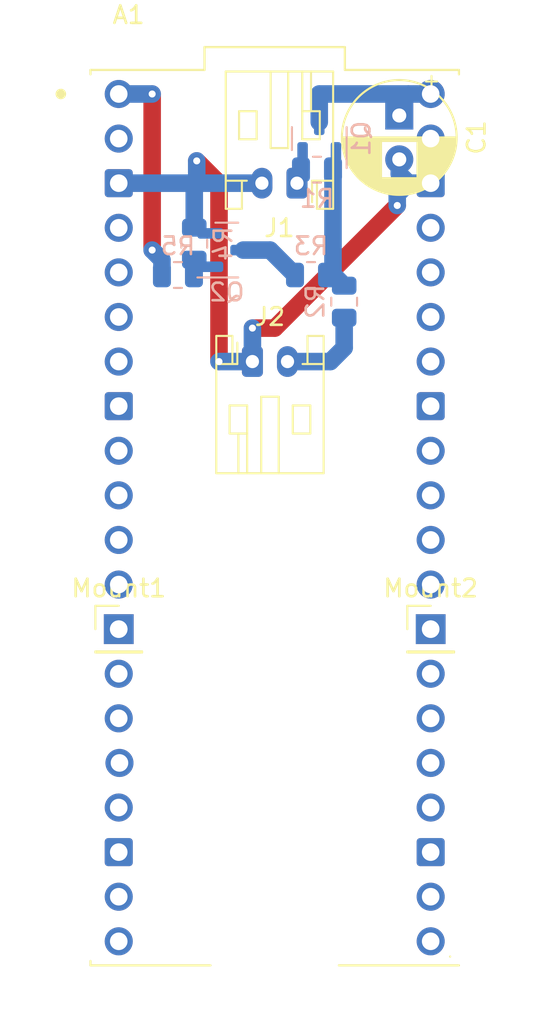
<source format=kicad_pcb>
(kicad_pcb (version 20221018) (generator pcbnew)
  (layers (0 "F.Cu" signal) (31 "B.Cu" signal) (34 "B.Paste" user) (35 "F.Paste" user) (36 "B.SilkS" user "B.Silkscreen") (37 "F.SilkS" user "F.Silkscreen") (38 "B.Mask" user) (39 "F.Mask" user) (44 "Edge.Cuts" user))
  (net 0 "")
  (net 1 "Net-(Q1-Pad1)")
  (net 2 "Net-(J1-Pad1)")
  (net 3 "VBUS")
  (net 4 "Net-(Q2-Pad1)")
  (net 5 "GND")
  (net 6 "Net-(Q2-Pad3)")
  (net 7 "Net-(A1-Pad1)")
  (net 18 "Net-(Mount1-Pad1)")
  (net 33 "Net-(Mount2-Pad1)")
  (net 44 "Net-(J2-Pad2)")
  (footprint "Capacitor_THT:CP_Radial_D6.3mm_P2.50mm" (layer "F.Cu") (at 61.71 79.965241 -90)
    (fp_text reference "C1" (at 1.25 -4.4 90) (layer "F.SilkS"))
    (fp_text value "100µF/25V")
    (fp_line (start -2.250241 -1.839) (end -1.620241 -1.839) (stroke (width 0.12)) (layer "F.SilkS"))
    (fp_line (start -1.935241 -2.154) (end -1.935241 -1.524) (stroke (width 0.12)) (layer "F.SilkS"))
    (fp_line (start 1.25 -3.23) (end 1.25 3.23) (stroke (width 0.12)) (layer "F.SilkS"))
    (fp_line (start 1.29 -3.23) (end 1.29 3.23) (stroke (width 0.12)) (layer "F.SilkS"))
    (fp_line (start 1.33 -3.23) (end 1.33 3.23) (stroke (width 0.12)) (layer "F.SilkS"))
    (fp_line (start 1.37 -3.228) (end 1.37 3.228) (stroke (width 0.12)) (layer "F.SilkS"))
    (fp_line (start 1.41 -3.227) (end 1.41 3.227) (stroke (width 0.12)) (layer "F.SilkS"))
    (fp_line (start 1.45 -3.224) (end 1.45 3.224) (stroke (width 0.12)) (layer "F.SilkS"))
    (fp_line (start 1.49 -3.222) (end 1.49 -1.04) (stroke (width 0.12)) (layer "F.SilkS"))
    (fp_line (start 1.49 1.04) (end 1.49 3.222) (stroke (width 0.12)) (layer "F.SilkS"))
    (fp_line (start 1.53 -3.218) (end 1.53 -1.04) (stroke (width 0.12)) (layer "F.SilkS"))
    (fp_line (start 1.53 1.04) (end 1.53 3.218) (stroke (width 0.12)) (layer "F.SilkS"))
    (fp_line (start 1.57 -3.215) (end 1.57 -1.04) (stroke (width 0.12)) (layer "F.SilkS"))
    (fp_line (start 1.57 1.04) (end 1.57 3.215) (stroke (width 0.12)) (layer "F.SilkS"))
    (fp_line (start 1.61 -3.211) (end 1.61 -1.04) (stroke (width 0.12)) (layer "F.SilkS"))
    (fp_line (start 1.61 1.04) (end 1.61 3.211) (stroke (width 0.12)) (layer "F.SilkS"))
    (fp_line (start 1.65 -3.206) (end 1.65 -1.04) (stroke (width 0.12)) (layer "F.SilkS"))
    (fp_line (start 1.65 1.04) (end 1.65 3.206) (stroke (width 0.12)) (layer "F.SilkS"))
    (fp_line (start 1.69 -3.201) (end 1.69 -1.04) (stroke (width 0.12)) (layer "F.SilkS"))
    (fp_line (start 1.69 1.04) (end 1.69 3.201) (stroke (width 0.12)) (layer "F.SilkS"))
    (fp_line (start 1.73 -3.195) (end 1.73 -1.04) (stroke (width 0.12)) (layer "F.SilkS"))
    (fp_line (start 1.73 1.04) (end 1.73 3.195) (stroke (width 0.12)) (layer "F.SilkS"))
    (fp_line (start 1.77 -3.189) (end 1.77 -1.04) (stroke (width 0.12)) (layer "F.SilkS"))
    (fp_line (start 1.77 1.04) (end 1.77 3.189) (stroke (width 0.12)) (layer "F.SilkS"))
    (fp_line (start 1.81 -3.182) (end 1.81 -1.04) (stroke (width 0.12)) (layer "F.SilkS"))
    (fp_line (start 1.81 1.04) (end 1.81 3.182) (stroke (width 0.12)) (layer "F.SilkS"))
    (fp_line (start 1.85 -3.175) (end 1.85 -1.04) (stroke (width 0.12)) (layer "F.SilkS"))
    (fp_line (start 1.85 1.04) (end 1.85 3.175) (stroke (width 0.12)) (layer "F.SilkS"))
    (fp_line (start 1.89 -3.167) (end 1.89 -1.04) (stroke (width 0.12)) (layer "F.SilkS"))
    (fp_line (start 1.89 1.04) (end 1.89 3.167) (stroke (width 0.12)) (layer "F.SilkS"))
    (fp_line (start 1.93 -3.159) (end 1.93 -1.04) (stroke (width 0.12)) (layer "F.SilkS"))
    (fp_line (start 1.93 1.04) (end 1.93 3.159) (stroke (width 0.12)) (layer "F.SilkS"))
    (fp_line (start 1.971 -3.15) (end 1.971 -1.04) (stroke (width 0.12)) (layer "F.SilkS"))
    (fp_line (start 1.971 1.04) (end 1.971 3.15) (stroke (width 0.12)) (layer "F.SilkS"))
    (fp_line (start 2.011 -3.141) (end 2.011 -1.04) (stroke (width 0.12)) (layer "F.SilkS"))
    (fp_line (start 2.011 1.04) (end 2.011 3.141) (stroke (width 0.12)) (layer "F.SilkS"))
    (fp_line (start 2.051 -3.131) (end 2.051 -1.04) (stroke (width 0.12)) (layer "F.SilkS"))
    (fp_line (start 2.051 1.04) (end 2.051 3.131) (stroke (width 0.12)) (layer "F.SilkS"))
    (fp_line (start 2.091 -3.121) (end 2.091 -1.04) (stroke (width 0.12)) (layer "F.SilkS"))
    (fp_line (start 2.091 1.04) (end 2.091 3.121) (stroke (width 0.12)) (layer "F.SilkS"))
    (fp_line (start 2.131 -3.11) (end 2.131 -1.04) (stroke (width 0.12)) (layer "F.SilkS"))
    (fp_line (start 2.131 1.04) (end 2.131 3.11) (stroke (width 0.12)) (layer "F.SilkS"))
    (fp_line (start 2.171 -3.098) (end 2.171 -1.04) (stroke (width 0.12)) (layer "F.SilkS"))
    (fp_line (start 2.171 1.04) (end 2.171 3.098) (stroke (width 0.12)) (layer "F.SilkS"))
    (fp_line (start 2.211 -3.086) (end 2.211 -1.04) (stroke (width 0.12)) (layer "F.SilkS"))
    (fp_line (start 2.211 1.04) (end 2.211 3.086) (stroke (width 0.12)) (layer "F.SilkS"))
    (fp_line (start 2.251 -3.074) (end 2.251 -1.04) (stroke (width 0.12)) (layer "F.SilkS"))
    (fp_line (start 2.251 1.04) (end 2.251 3.074) (stroke (width 0.12)) (layer "F.SilkS"))
    (fp_line (start 2.291 -3.061) (end 2.291 -1.04) (stroke (width 0.12)) (layer "F.SilkS"))
    (fp_line (start 2.291 1.04) (end 2.291 3.061) (stroke (width 0.12)) (layer "F.SilkS"))
    (fp_line (start 2.331 -3.047) (end 2.331 -1.04) (stroke (width 0.12)) (layer "F.SilkS"))
    (fp_line (start 2.331 1.04) (end 2.331 3.047) (stroke (width 0.12)) (layer "F.SilkS"))
    (fp_line (start 2.371 -3.033) (end 2.371 -1.04) (stroke (width 0.12)) (layer "F.SilkS"))
    (fp_line (start 2.371 1.04) (end 2.371 3.033) (stroke (width 0.12)) (layer "F.SilkS"))
    (fp_line (start 2.411 -3.018) (end 2.411 -1.04) (stroke (width 0.12)) (layer "F.SilkS"))
    (fp_line (start 2.411 1.04) (end 2.411 3.018) (stroke (width 0.12)) (layer "F.SilkS"))
    (fp_line (start 2.451 -3.002) (end 2.451 -1.04) (stroke (width 0.12)) (layer "F.SilkS"))
    (fp_line (start 2.451 1.04) (end 2.451 3.002) (stroke (width 0.12)) (layer "F.SilkS"))
    (fp_line (start 2.491 -2.986) (end 2.491 -1.04) (stroke (width 0.12)) (layer "F.SilkS"))
    (fp_line (start 2.491 1.04) (end 2.491 2.986) (stroke (width 0.12)) (layer "F.SilkS"))
    (fp_line (start 2.531 -2.97) (end 2.531 -1.04) (stroke (width 0.12)) (layer "F.SilkS"))
    (fp_line (start 2.531 1.04) (end 2.531 2.97) (stroke (width 0.12)) (layer "F.SilkS"))
    (fp_line (start 2.571 -2.952) (end 2.571 -1.04) (stroke (width 0.12)) (layer "F.SilkS"))
    (fp_line (start 2.571 1.04) (end 2.571 2.952) (stroke (width 0.12)) (layer "F.SilkS"))
    (fp_line (start 2.611 -2.934) (end 2.611 -1.04) (stroke (width 0.12)) (layer "F.SilkS"))
    (fp_line (start 2.611 1.04) (end 2.611 2.934) (stroke (width 0.12)) (layer "F.SilkS"))
    (fp_line (start 2.651 -2.916) (end 2.651 -1.04) (stroke (width 0.12)) (layer "F.SilkS"))
    (fp_line (start 2.651 1.04) (end 2.651 2.916) (stroke (width 0.12)) (layer "F.SilkS"))
    (fp_line (start 2.691 -2.896) (end 2.691 -1.04) (stroke (width 0.12)) (layer "F.SilkS"))
    (fp_line (start 2.691 1.04) (end 2.691 2.896) (stroke (width 0.12)) (layer "F.SilkS"))
    (fp_line (start 2.731 -2.876) (end 2.731 -1.04) (stroke (width 0.12)) (layer "F.SilkS"))
    (fp_line (start 2.731 1.04) (end 2.731 2.876) (stroke (width 0.12)) (layer "F.SilkS"))
    (fp_line (start 2.771 -2.856) (end 2.771 -1.04) (stroke (width 0.12)) (layer "F.SilkS"))
    (fp_line (start 2.771 1.04) (end 2.771 2.856) (stroke (width 0.12)) (layer "F.SilkS"))
    (fp_line (start 2.811 -2.834) (end 2.811 -1.04) (stroke (width 0.12)) (layer "F.SilkS"))
    (fp_line (start 2.811 1.04) (end 2.811 2.834) (stroke (width 0.12)) (layer "F.SilkS"))
    (fp_line (start 2.851 -2.812) (end 2.851 -1.04) (stroke (width 0.12)) (layer "F.SilkS"))
    (fp_line (start 2.851 1.04) (end 2.851 2.812) (stroke (width 0.12)) (layer "F.SilkS"))
    (fp_line (start 2.891 -2.79) (end 2.891 -1.04) (stroke (width 0.12)) (layer "F.SilkS"))
    (fp_line (start 2.891 1.04) (end 2.891 2.79) (stroke (width 0.12)) (layer "F.SilkS"))
    (fp_line (start 2.931 -2.766) (end 2.931 -1.04) (stroke (width 0.12)) (layer "F.SilkS"))
    (fp_line (start 2.931 1.04) (end 2.931 2.766) (stroke (width 0.12)) (layer "F.SilkS"))
    (fp_line (start 2.971 -2.742) (end 2.971 -1.04) (stroke (width 0.12)) (layer "F.SilkS"))
    (fp_line (start 2.971 1.04) (end 2.971 2.742) (stroke (width 0.12)) (layer "F.SilkS"))
    (fp_line (start 3.011 -2.716) (end 3.011 -1.04) (stroke (width 0.12)) (layer "F.SilkS"))
    (fp_line (start 3.011 1.04) (end 3.011 2.716) (stroke (width 0.12)) (layer "F.SilkS"))
    (fp_line (start 3.051 -2.69) (end 3.051 -1.04) (stroke (width 0.12)) (layer "F.SilkS"))
    (fp_line (start 3.051 1.04) (end 3.051 2.69) (stroke (width 0.12)) (layer "F.SilkS"))
    (fp_line (start 3.091 -2.664) (end 3.091 -1.04) (stroke (width 0.12)) (layer "F.SilkS"))
    (fp_line (start 3.091 1.04) (end 3.091 2.664) (stroke (width 0.12)) (layer "F.SilkS"))
    (fp_line (start 3.131 -2.636) (end 3.131 -1.04) (stroke (width 0.12)) (layer "F.SilkS"))
    (fp_line (start 3.131 1.04) (end 3.131 2.636) (stroke (width 0.12)) (layer "F.SilkS"))
    (fp_line (start 3.171 -2.607) (end 3.171 -1.04) (stroke (width 0.12)) (layer "F.SilkS"))
    (fp_line (start 3.171 1.04) (end 3.171 2.607) (stroke (width 0.12)) (layer "F.SilkS"))
    (fp_line (start 3.211 -2.578) (end 3.211 -1.04) (stroke (width 0.12)) (layer "F.SilkS"))
    (fp_line (start 3.211 1.04) (end 3.211 2.578) (stroke (width 0.12)) (layer "F.SilkS"))
    (fp_line (start 3.251 -2.548) (end 3.251 -1.04) (stroke (width 0.12)) (layer "F.SilkS"))
    (fp_line (start 3.251 1.04) (end 3.251 2.548) (stroke (width 0.12)) (layer "F.SilkS"))
    (fp_line (start 3.291 -2.516) (end 3.291 -1.04) (stroke (width 0.12)) (layer "F.SilkS"))
    (fp_line (start 3.291 1.04) (end 3.291 2.516) (stroke (width 0.12)) (layer "F.SilkS"))
    (fp_line (start 3.331 -2.484) (end 3.331 -1.04) (stroke (width 0.12)) (layer "F.SilkS"))
    (fp_line (start 3.331 1.04) (end 3.331 2.484) (stroke (width 0.12)) (layer "F.SilkS"))
    (fp_line (start 3.371 -2.45) (end 3.371 -1.04) (stroke (width 0.12)) (layer "F.SilkS"))
    (fp_line (start 3.371 1.04) (end 3.371 2.45) (stroke (width 0.12)) (layer "F.SilkS"))
    (fp_line (start 3.411 -2.416) (end 3.411 -1.04) (stroke (width 0.12)) (layer "F.SilkS"))
    (fp_line (start 3.411 1.04) (end 3.411 2.416) (stroke (width 0.12)) (layer "F.SilkS"))
    (fp_line (start 3.451 -2.38) (end 3.451 -1.04) (stroke (width 0.12)) (layer "F.SilkS"))
    (fp_line (start 3.451 1.04) (end 3.451 2.38) (stroke (width 0.12)) (layer "F.SilkS"))
    (fp_line (start 3.491 -2.343) (end 3.491 -1.04) (stroke (width 0.12)) (layer "F.SilkS"))
    (fp_line (start 3.491 1.04) (end 3.491 2.343) (stroke (width 0.12)) (layer "F.SilkS"))
    (fp_line (start 3.531 -2.305) (end 3.531 -1.04) (stroke (width 0.12)) (layer "F.SilkS"))
    (fp_line (start 3.531 1.04) (end 3.531 2.305) (stroke (width 0.12)) (layer "F.SilkS"))
    (fp_line (start 3.571 -2.265) (end 3.571 2.265) (stroke (width 0.12)) (layer "F.SilkS"))
    (fp_line (start 3.611 -2.224) (end 3.611 2.224) (stroke (width 0.12)) (layer "F.SilkS"))
    (fp_line (start 3.651 -2.182) (end 3.651 2.182) (stroke (width 0.12)) (layer "F.SilkS"))
    (fp_line (start 3.691 -2.137) (end 3.691 2.137) (stroke (width 0.12)) (layer "F.SilkS"))
    (fp_line (start 3.731 -2.092) (end 3.731 2.092) (stroke (width 0.12)) (layer "F.SilkS"))
    (fp_line (start 3.771 -2.044) (end 3.771 2.044) (stroke (width 0.12)) (layer "F.SilkS"))
    (fp_line (start 3.811 -1.995) (end 3.811 1.995) (stroke (width 0.12)) (layer "F.SilkS"))
    (fp_line (start 3.851 -1.944) (end 3.851 1.944) (stroke (width 0.12)) (layer "F.SilkS"))
    (fp_line (start 3.891 -1.89) (end 3.891 1.89) (stroke (width 0.12)) (layer "F.SilkS"))
    (fp_line (start 3.931 -1.834) (end 3.931 1.834) (stroke (width 0.12)) (layer "F.SilkS"))
    (fp_line (start 3.971 -1.776) (end 3.971 1.776) (stroke (width 0.12)) (layer "F.SilkS"))
    (fp_line (start 4.011 -1.714) (end 4.011 1.714) (stroke (width 0.12)) (layer "F.SilkS"))
    (fp_line (start 4.051 -1.65) (end 4.051 1.65) (stroke (width 0.12)) (layer "F.SilkS"))
    (fp_line (start 4.091 -1.581) (end 4.091 1.581) (stroke (width 0.12)) (layer "F.SilkS"))
    (fp_line (start 4.131 -1.509) (end 4.131 1.509) (stroke (width 0.12)) (layer "F.SilkS"))
    (fp_line (start 4.171 -1.432) (end 4.171 1.432) (stroke (width 0.12)) (layer "F.SilkS"))
    (fp_line (start 4.211 -1.35) (end 4.211 1.35) (stroke (width 0.12)) (layer "F.SilkS"))
    (fp_line (start 4.251 -1.262) (end 4.251 1.262) (stroke (width 0.12)) (layer "F.SilkS"))
    (fp_line (start 4.291 -1.165) (end 4.291 1.165) (stroke (width 0.12)) (layer "F.SilkS"))
    (fp_line (start 4.331 -1.059) (end 4.331 1.059) (stroke (width 0.12)) (layer "F.SilkS"))
    (fp_line (start 4.371 -0.94) (end 4.371 0.94) (stroke (width 0.12)) (layer "F.SilkS"))
    (fp_line (start 4.411 -0.802) (end 4.411 0.802) (stroke (width 0.12)) (layer "F.SilkS"))
    (fp_line (start 4.451 -0.633) (end 4.451 0.633) (stroke (width 0.12)) (layer "F.SilkS"))
    (fp_line (start 4.491 -0.402) (end 4.491 0.402) (stroke (width 0.12)) (layer "F.SilkS"))
    (fp_circle (center 1.25 0) (end 4.52 0) (stroke (width 0.12)) (fill none) (layer "F.SilkS"))
    (pad "1" thru_hole rect (at 0 0 270) (size 1.6 1.6) (drill 0.8) (layers "*.Cu" "*.Mask") (net 3 "VBUS"))
    (pad "2" thru_hole circle (at 2.5 0 270) (size 1.6 1.6) (drill 0.8) (layers "*.Cu" "*.Mask") (net 5 "GND"))
  )
  (footprint "Connector_JST:JST_PH_S2B-PH-K_1x02_P2.00mm_Horizontal" (layer "F.Cu") (at 53.34 93.98)
    (fp_text reference "J2" (at 1 -2.55) (layer "F.SilkS"))
    (fp_text value "SENSOR")
    (fp_line (start -2.06 -1.46) (end -2.06 6.36) (stroke (width 0.12)) (layer "F.SilkS"))
    (fp_line (start -2.06 0.14) (end -1.14 0.14) (stroke (width 0.12)) (layer "F.SilkS"))
    (fp_line (start -2.06 6.36) (end 4.06 6.36) (stroke (width 0.12)) (layer "F.SilkS"))
    (fp_line (start -1.3 2.5) (end -1.3 4.1) (stroke (width 0.12)) (layer "F.SilkS"))
    (fp_line (start -1.3 4.1) (end -0.3 4.1) (stroke (width 0.12)) (layer "F.SilkS"))
    (fp_line (start -1.14 -1.46) (end -2.06 -1.46) (stroke (width 0.12)) (layer "F.SilkS"))
    (fp_line (start -1.14 0.14) (end -1.14 -1.46) (stroke (width 0.12)) (layer "F.SilkS"))
    (fp_line (start -0.86 0.14) (end -1.14 0.14) (stroke (width 0.12)) (layer "F.SilkS"))
    (fp_line (start -0.86 0.14) (end -0.86 -1.075) (stroke (width 0.12)) (layer "F.SilkS"))
    (fp_line (start -0.8 4.1) (end -0.8 6.36) (stroke (width 0.12)) (layer "F.SilkS"))
    (fp_line (start -0.3 2.5) (end -1.3 2.5) (stroke (width 0.12)) (layer "F.SilkS"))
    (fp_line (start -0.3 4.1) (end -0.3 2.5) (stroke (width 0.12)) (layer "F.SilkS"))
    (fp_line (start -0.3 4.1) (end -0.3 6.36) (stroke (width 0.12)) (layer "F.SilkS"))
    (fp_line (start 0.5 2) (end 1.5 2) (stroke (width 0.12)) (layer "F.SilkS"))
    (fp_line (start 0.5 6.36) (end 0.5 2) (stroke (width 0.12)) (layer "F.SilkS"))
    (fp_line (start 1.5 2) (end 1.5 6.36) (stroke (width 0.12)) (layer "F.SilkS"))
    (fp_line (start 2.3 2.5) (end 3.3 2.5) (stroke (width 0.12)) (layer "F.SilkS"))
    (fp_line (start 2.3 4.1) (end 2.3 2.5) (stroke (width 0.12)) (layer "F.SilkS"))
    (fp_line (start 3.14 -1.46) (end 3.14 0.14) (stroke (width 0.12)) (layer "F.SilkS"))
    (fp_line (start 3.14 0.14) (end 2.86 0.14) (stroke (width 0.12)) (layer "F.SilkS"))
    (fp_line (start 3.3 2.5) (end 3.3 4.1) (stroke (width 0.12)) (layer "F.SilkS"))
    (fp_line (start 3.3 4.1) (end 2.3 4.1) (stroke (width 0.12)) (layer "F.SilkS"))
    (fp_line (start 4.06 -1.46) (end 3.14 -1.46) (stroke (width 0.12)) (layer "F.SilkS"))
    (fp_line (start 4.06 0.14) (end 3.14 0.14) (stroke (width 0.12)) (layer "F.SilkS"))
    (fp_line (start 4.06 6.36) (end 4.06 -1.46) (stroke (width 0.12)) (layer "F.SilkS"))
    (pad "1" thru_hole roundrect (at 0 0) (size 1.2 1.75) (drill 0.75) (layers "*.Cu" "*.Mask") (roundrect_rratio 0.208333) (net 5 "GND"))
    (pad "2" thru_hole oval (at 2 0) (size 1.2 1.75) (drill 0.75) (layers "*.Cu" "*.Mask") (net 44 "Net-(J2-Pad2)"))
  )
  (footprint "Raspberry_Pi_Pico_W:MODULE_SC0918" (layer "F.Cu") (at 54.61 102.87)
    (fp_text reference "A1" (at -8.325 -28.635) (layer "F.SilkS"))
    (fp_text value "Pico W")
    (fp_line (start -10.5 -25.5) (end -4 -25.5) (stroke (width 0.127)) (layer "F.SilkS"))
    (fp_line (start -10.5 -25.25) (end -10.5 -25.5) (stroke (width 0.127)) (layer "F.SilkS"))
    (fp_line (start -10.5 25.5) (end -10.5 25.25) (stroke (width 0.127)) (layer "F.SilkS"))
    (fp_line (start -4 -26.8) (end 4 -26.8) (stroke (width 0.127)) (layer "F.SilkS"))
    (fp_line (start -4 -25.5) (end -4 -26.8) (stroke (width 0.127)) (layer "F.SilkS"))
    (fp_line (start -3.66 25.5) (end -10.5 25.5) (stroke (width 0.127)) (layer "F.SilkS"))
    (fp_line (start 4 -26.8) (end 4 -25.5) (stroke (width 0.127)) (layer "F.SilkS"))
    (fp_line (start 4 -25.5) (end 10.5 -25.5) (stroke (width 0.127)) (layer "F.SilkS"))
    (fp_line (start 10 25) (end 10 25) (stroke (width 0.127)) (layer "F.SilkS"))
    (fp_line (start 10.5 -25.5) (end 10.5 -25.25) (stroke (width 0.127)) (layer "F.SilkS"))
    (fp_line (start 10.5 25.5) (end 3.66 25.5) (stroke (width 0.127)) (layer "F.SilkS"))
    (fp_circle (center -12.19 -24.13) (end -11.99 -24.13) (stroke (width 0.2)) (fill solid) (layer "F.SilkS"))
    (pad "1" thru_hole circle (at -8.89 -24.13) (size 1.6 1.6) (drill 1) (layers "*.Cu" "*.Mask") (net 7 "Net-(A1-Pad1)"))
    (pad "2" thru_hole circle (at -8.89 -21.59) (size 1.6 1.6) (drill 1) (layers "*.Cu" "*.Mask"))
    (pad "3" thru_hole roundrect (at -8.89 -19.05) (size 1.6 1.6) (drill 1) (layers "*.Cu" "*.Mask") (roundrect_rratio 0.125) (net 5 "GND"))
    (pad "4" thru_hole circle (at -8.89 -16.51) (size 1.6 1.6) (drill 1) (layers "*.Cu" "*.Mask"))
    (pad "5" thru_hole circle (at -8.89 -13.97) (size 1.6 1.6) (drill 1) (layers "*.Cu" "*.Mask"))
    (pad "6" thru_hole circle (at -8.89 -11.43) (size 1.6 1.6) (drill 1) (layers "*.Cu" "*.Mask"))
    (pad "7" thru_hole circle (at -8.89 -8.89) (size 1.6 1.6) (drill 1) (layers "*.Cu" "*.Mask"))
    (pad "8" thru_hole roundrect (at -8.89 -6.35) (size 1.6 1.6) (drill 1) (layers "*.Cu" "*.Mask") (roundrect_rratio 0.125))
    (pad "9" thru_hole circle (at -8.89 -3.81) (size 1.6 1.6) (drill 1) (layers "*.Cu" "*.Mask"))
    (pad "10" thru_hole circle (at -8.89 -1.27) (size 1.6 1.6) (drill 1) (layers "*.Cu" "*.Mask"))
    (pad "11" thru_hole circle (at -8.89 1.27) (size 1.6 1.6) (drill 1) (layers "*.Cu" "*.Mask"))
    (pad "12" thru_hole circle (at -8.89 3.81) (size 1.6 1.6) (drill 1) (layers "*.Cu" "*.Mask"))
    (pad "13" thru_hole roundrect (at -8.89 6.35) (size 1.6 1.6) (drill 1) (layers "*.Cu" "*.Mask") (roundrect_rratio 0.125) (net 18 "Net-(Mount1-Pad1)"))
    (pad "14" thru_hole circle (at -8.89 8.89) (size 1.6 1.6) (drill 1) (layers "*.Cu" "*.Mask"))
    (pad "15" thru_hole circle (at -8.89 11.43) (size 1.6 1.6) (drill 1) (layers "*.Cu" "*.Mask"))
    (pad "16" thru_hole circle (at -8.848119 13.97) (size 1.6 1.6) (drill 1) (layers "*.Cu" "*.Mask"))
    (pad "17" thru_hole circle (at -8.89 16.51) (size 1.6 1.6) (drill 1) (layers "*.Cu" "*.Mask"))
    (pad "18" thru_hole roundrect (at -8.89 19.05) (size 1.6 1.6) (drill 1) (layers "*.Cu" "*.Mask") (roundrect_rratio 0.125))
    (pad "19" thru_hole circle (at -8.89 21.59) (size 1.6 1.6) (drill 1) (layers "*.Cu" "*.Mask"))
    (pad "20" thru_hole circle (at -8.89 24.13) (size 1.6 1.6) (drill 1) (layers "*.Cu" "*.Mask"))
    (pad "21" thru_hole circle (at 8.89 24.13) (size 1.6 1.6) (drill 1) (layers "*.Cu" "*.Mask"))
    (pad "22" thru_hole circle (at 8.89 21.59) (size 1.6 1.6) (drill 1) (layers "*.Cu" "*.Mask"))
    (pad "23" thru_hole roundrect (at 8.89 19.05) (size 1.6 1.6) (drill 1) (layers "*.Cu" "*.Mask") (roundrect_rratio 0.125))
    (pad "24" thru_hole circle (at 8.89 16.51) (size 1.6 1.6) (drill 1) (layers "*.Cu" "*.Mask"))
    (pad "25" thru_hole circle (at 8.89 13.97) (size 1.6 1.6) (drill 1) (layers "*.Cu" "*.Mask"))
    (pad "26" thru_hole circle (at 8.89 11.43) (size 1.6 1.6) (drill 1) (layers "*.Cu" "*.Mask"))
    (pad "27" thru_hole circle (at 8.89 8.89) (size 1.6 1.6) (drill 1) (layers "*.Cu" "*.Mask"))
    (pad "28" thru_hole roundrect (at 8.89 6.35) (size 1.6 1.6) (drill 1) (layers "*.Cu" "*.Mask") (roundrect_rratio 0.125) (net 33 "Net-(Mount2-Pad1)"))
    (pad "29" thru_hole circle (at 8.89 3.81) (size 1.6 1.6) (drill 1) (layers "*.Cu" "*.Mask"))
    (pad "30" thru_hole circle (at 8.89 1.27) (size 1.6 1.6) (drill 1) (layers "*.Cu" "*.Mask"))
    (pad "31" thru_hole circle (at 8.89 -1.27) (size 1.6 1.6) (drill 1) (layers "*.Cu" "*.Mask"))
    (pad "32" thru_hole circle (at 8.89 -3.81) (size 1.6 1.6) (drill 1) (layers "*.Cu" "*.Mask"))
    (pad "33" thru_hole roundrect (at 8.89 -6.35) (size 1.6 1.6) (drill 1) (layers "*.Cu" "*.Mask") (roundrect_rratio 0.125))
    (pad "34" thru_hole circle (at 8.89 -8.89) (size 1.6 1.6) (drill 1) (layers "*.Cu" "*.Mask"))
    (pad "35" thru_hole circle (at 8.89 -11.43) (size 1.6 1.6) (drill 1) (layers "*.Cu" "*.Mask"))
    (pad "36" thru_hole circle (at 8.89 -13.97) (size 1.6 1.6) (drill 1) (layers "*.Cu" "*.Mask"))
    (pad "37" thru_hole circle (at 8.89 -16.51) (size 1.6 1.6) (drill 1) (layers "*.Cu" "*.Mask"))
    (pad "38" thru_hole roundrect (at 8.89 -19.05) (size 1.6 1.6) (drill 1) (layers "*.Cu" "*.Mask") (roundrect_rratio 0.125) (net 5 "GND"))
    (pad "39" thru_hole circle (at 8.89 -21.59) (size 1.6 1.6) (drill 1) (layers "*.Cu" "*.Mask"))
    (pad "40" thru_hole circle (at 8.89 -24.13) (size 1.6 1.6) (drill 1) (layers "*.Cu" "*.Mask") (net 3 "VBUS"))
  )
  (footprint "Connector_PinHeader_2.54mm:PinHeader_1x01_P2.54mm_Vertical" (layer "F.Cu") (at 63.5 109.22)
    (fp_text reference "Mount2" (at 0 -2.33) (layer "F.SilkS"))
    (fp_text value "Conn_01x01_Male")
    (fp_line (start -1.33 -1.33) (end 0 -1.33) (stroke (width 0.12)) (layer "F.SilkS"))
    (fp_line (start -1.33 0) (end -1.33 -1.33) (stroke (width 0.12)) (layer "F.SilkS"))
    (fp_line (start -1.33 1.27) (end -1.33 1.33) (stroke (width 0.12)) (layer "F.SilkS"))
    (fp_line (start -1.33 1.27) (end 1.33 1.27) (stroke (width 0.12)) (layer "F.SilkS"))
    (fp_line (start -1.33 1.33) (end 1.33 1.33) (stroke (width 0.12)) (layer "F.SilkS"))
    (fp_line (start 1.33 1.27) (end 1.33 1.33) (stroke (width 0.12)) (layer "F.SilkS"))
    (pad "1" thru_hole rect (at 0 0) (size 1.7 1.7) (drill 1) (layers "*.Cu" "*.Mask") (net 33 "Net-(Mount2-Pad1)"))
  )
  (footprint "Connector_JST:JST_PH_S2B-PH-K_1x02_P2.00mm_Horizontal" (layer "F.Cu") (at 55.88 83.82 180)
    (fp_text reference "J1" (at 1 -2.55 180) (layer "F.SilkS"))
    (fp_text value "BATTERY")
    (fp_line (start -2.06 -1.46) (end -2.06 6.36) (stroke (width 0.12)) (layer "F.SilkS"))
    (fp_line (start -2.06 0.14) (end -1.14 0.14) (stroke (width 0.12)) (layer "F.SilkS"))
    (fp_line (start -2.06 6.36) (end 4.06 6.36) (stroke (width 0.12)) (layer "F.SilkS"))
    (fp_line (start -1.3 2.5) (end -1.3 4.1) (stroke (width 0.12)) (layer "F.SilkS"))
    (fp_line (start -1.3 4.1) (end -0.3 4.1) (stroke (width 0.12)) (layer "F.SilkS"))
    (fp_line (start -1.14 -1.46) (end -2.06 -1.46) (stroke (width 0.12)) (layer "F.SilkS"))
    (fp_line (start -1.14 0.14) (end -1.14 -1.46) (stroke (width 0.12)) (layer "F.SilkS"))
    (fp_line (start -0.86 0.14) (end -1.14 0.14) (stroke (width 0.12)) (layer "F.SilkS"))
    (fp_line (start -0.86 0.14) (end -0.86 -1.075) (stroke (width 0.12)) (layer "F.SilkS"))
    (fp_line (start -0.8 4.1) (end -0.8 6.36) (stroke (width 0.12)) (layer "F.SilkS"))
    (fp_line (start -0.3 2.5) (end -1.3 2.5) (stroke (width 0.12)) (layer "F.SilkS"))
    (fp_line (start -0.3 4.1) (end -0.3 2.5) (stroke (width 0.12)) (layer "F.SilkS"))
    (fp_line (start -0.3 4.1) (end -0.3 6.36) (stroke (width 0.12)) (layer "F.SilkS"))
    (fp_line (start 0.5 2) (end 1.5 2) (stroke (width 0.12)) (layer "F.SilkS"))
    (fp_line (start 0.5 6.36) (end 0.5 2) (stroke (width 0.12)) (layer "F.SilkS"))
    (fp_line (start 1.5 2) (end 1.5 6.36) (stroke (width 0.12)) (layer "F.SilkS"))
    (fp_line (start 2.3 2.5) (end 3.3 2.5) (stroke (width 0.12)) (layer "F.SilkS"))
    (fp_line (start 2.3 4.1) (end 2.3 2.5) (stroke (width 0.12)) (layer "F.SilkS"))
    (fp_line (start 3.14 -1.46) (end 3.14 0.14) (stroke (width 0.12)) (layer "F.SilkS"))
    (fp_line (start 3.14 0.14) (end 2.86 0.14) (stroke (width 0.12)) (layer "F.SilkS"))
    (fp_line (start 3.3 2.5) (end 3.3 4.1) (stroke (width 0.12)) (layer "F.SilkS"))
    (fp_line (start 3.3 4.1) (end 2.3 4.1) (stroke (width 0.12)) (layer "F.SilkS"))
    (fp_line (start 4.06 -1.46) (end 3.14 -1.46) (stroke (width 0.12)) (layer "F.SilkS"))
    (fp_line (start 4.06 0.14) (end 3.14 0.14) (stroke (width 0.12)) (layer "F.SilkS"))
    (fp_line (start 4.06 6.36) (end 4.06 -1.46) (stroke (width 0.12)) (layer "F.SilkS"))
    (pad "1" thru_hole roundrect (at 0 0 180) (size 1.2 1.75) (drill 0.75) (layers "*.Cu" "*.Mask") (roundrect_rratio 0.208333) (net 2 "Net-(J1-Pad1)"))
    (pad "2" thru_hole oval (at 2 0 180) (size 1.2 1.75) (drill 0.75) (layers "*.Cu" "*.Mask") (net 5 "GND"))
  )
  (footprint "Connector_PinHeader_2.54mm:PinHeader_1x01_P2.54mm_Vertical" (layer "F.Cu") (at 45.72 109.22)
    (fp_text reference "Mount1" (at 0 -2.33) (layer "F.SilkS"))
    (fp_text value "Conn_01x01_Male")
    (fp_line (start -1.33 -1.33) (end 0 -1.33) (stroke (width 0.12)) (layer "F.SilkS"))
    (fp_line (start -1.33 0) (end -1.33 -1.33) (stroke (width 0.12)) (layer "F.SilkS"))
    (fp_line (start -1.33 1.27) (end -1.33 1.33) (stroke (width 0.12)) (layer "F.SilkS"))
    (fp_line (start -1.33 1.27) (end 1.33 1.27) (stroke (width 0.12)) (layer "F.SilkS"))
    (fp_line (start -1.33 1.33) (end 1.33 1.33) (stroke (width 0.12)) (layer "F.SilkS"))
    (fp_line (start 1.33 1.27) (end 1.33 1.33) (stroke (width 0.12)) (layer "F.SilkS"))
    (pad "1" thru_hole rect (at 0 0) (size 1.7 1.7) (drill 1) (layers "*.Cu" "*.Mask") (net 18 "Net-(Mount1-Pad1)"))
  )
  (footprint "Resistor_SMD:R_0805_2012Metric" (layer "B.Cu") (at 50.025 87.265 90)
    (fp_text reference "R4" (at 0 1.65 90) (layer "B.SilkS") (effects (justify mirror)))
    (fp_text value "56kΩ")
    (fp_line (start -0.227064 -0.735) (end 0.227064 -0.735) (stroke (width 0.12)) (layer "B.SilkS"))
    (fp_line (start -0.227064 0.735) (end 0.227064 0.735) (stroke (width 0.12)) (layer "B.SilkS"))
    (pad "1" smd roundrect (at -0.9125 0 90) (size 1.025 1.4) (layers "B.Cu" "B.Paste" "B.Mask") (roundrect_rratio 0.243902) (net 4 "Net-(Q2-Pad1)"))
    (pad "2" smd roundrect (at 0.9125 0 90) (size 1.025 1.4) (layers "B.Cu" "B.Paste" "B.Mask") (roundrect_rratio 0.243902) (net 5 "GND"))
  )
  (footprint "Resistor_SMD:R_0805_2012Metric" (layer "B.Cu") (at 58.57 90.57 -90)
    (fp_text reference "R2" (at 0 1.65 90) (layer "B.SilkS") (effects (justify mirror)))
    (fp_text value "1kΩ")
    (fp_line (start -0.227064 -0.735) (end 0.227064 -0.735) (stroke (width 0.12)) (layer "B.SilkS"))
    (fp_line (start -0.227064 0.735) (end 0.227064 0.735) (stroke (width 0.12)) (layer "B.SilkS"))
    (pad "1" smd roundrect (at -0.9125 0 270) (size 1.025 1.4) (layers "B.Cu" "B.Paste" "B.Mask") (roundrect_rratio 0.243902) (net 1 "Net-(Q1-Pad1)"))
    (pad "2" smd roundrect (at 0.9125 0 270) (size 1.025 1.4) (layers "B.Cu" "B.Paste" "B.Mask") (roundrect_rratio 0.243902) (net 44 "Net-(J2-Pad2)"))
  )
  (footprint "Resistor_SMD:R_0805_2012Metric" (layer "B.Cu") (at 57.02 83.05)
    (fp_text reference "R1" (at 0 1.65) (layer "B.SilkS") (effects (justify mirror)))
    (fp_text value "56kΩ")
    (fp_line (start -0.227064 -0.735) (end 0.227064 -0.735) (stroke (width 0.12)) (layer "B.SilkS"))
    (fp_line (start -0.227064 0.735) (end 0.227064 0.735) (stroke (width 0.12)) (layer "B.SilkS"))
    (pad "1" smd roundrect (at -0.9125 0) (size 1.025 1.4) (layers "B.Cu" "B.Paste" "B.Mask") (roundrect_rratio 0.243902) (net 2 "Net-(J1-Pad1)"))
    (pad "2" smd roundrect (at 0.9125 0) (size 1.025 1.4) (layers "B.Cu" "B.Paste" "B.Mask") (roundrect_rratio 0.243902) (net 1 "Net-(Q1-Pad1)"))
  )
  (footprint "Package_TO_SOT_SMD:SOT-23" (layer "B.Cu") (at 51.88 87.63)
    (fp_text reference "Q2" (at 0 2.4) (layer "B.SilkS") (effects (justify mirror)))
    (fp_text value "AO3400A")
    (fp_line (start 0 -1.56) (end -0.65 -1.56) (stroke (width 0.12)) (layer "B.SilkS"))
    (fp_line (start 0 -1.56) (end 0.65 -1.56) (stroke (width 0.12)) (layer "B.SilkS"))
    (fp_line (start 0 1.56) (end -1.675 1.56) (stroke (width 0.12)) (layer "B.SilkS"))
    (fp_line (start 0 1.56) (end 0.65 1.56) (stroke (width 0.12)) (layer "B.SilkS"))
    (pad "1" smd roundrect (at -0.9375 0.95) (size 1.475 0.6) (layers "B.Cu" "B.Paste" "B.Mask") (net 4 "Net-(Q2-Pad1)"))
    (pad "2" smd roundrect (at -0.9375 -0.95) (size 1.475 0.6) (layers "B.Cu" "B.Paste" "B.Mask") (net 5 "GND"))
    (pad "3" smd roundrect (at 0.9375 0) (size 1.475 0.6) (layers "B.Cu" "B.Paste" "B.Mask") (net 6 "Net-(Q2-Pad3)"))
  )
  (footprint "Resistor_SMD:R_0805_2012Metric" (layer "B.Cu") (at 56.68 89.05 180)
    (fp_text reference "R3" (at 0 1.65) (layer "B.SilkS") (effects (justify mirror)))
    (fp_text value "1kΩ")
    (fp_line (start -0.227064 -0.735) (end 0.227064 -0.735) (stroke (width 0.12)) (layer "B.SilkS"))
    (fp_line (start -0.227064 0.735) (end 0.227064 0.735) (stroke (width 0.12)) (layer "B.SilkS"))
    (pad "1" smd roundrect (at -0.9125 0 180) (size 1.025 1.4) (layers "B.Cu" "B.Paste" "B.Mask") (roundrect_rratio 0.243902) (net 1 "Net-(Q1-Pad1)"))
    (pad "2" smd roundrect (at 0.9125 0 180) (size 1.025 1.4) (layers "B.Cu" "B.Paste" "B.Mask") (roundrect_rratio 0.243902) (net 6 "Net-(Q2-Pad3)"))
  )
  (footprint "Resistor_SMD:R_0805_2012Metric" (layer "B.Cu") (at 49.095 89.05 180)
    (fp_text reference "R5" (at 0 1.65) (layer "B.SilkS") (effects (justify mirror)))
    (fp_text value "1kΩ")
    (fp_line (start -0.227064 -0.735) (end 0.227064 -0.735) (stroke (width 0.12)) (layer "B.SilkS"))
    (fp_line (start -0.227064 0.735) (end 0.227064 0.735) (stroke (width 0.12)) (layer "B.SilkS"))
    (pad "1" smd roundrect (at -0.9125 0 180) (size 1.025 1.4) (layers "B.Cu" "B.Paste" "B.Mask") (roundrect_rratio 0.243902) (net 4 "Net-(Q2-Pad1)"))
    (pad "2" smd roundrect (at 0.9125 0 180) (size 1.025 1.4) (layers "B.Cu" "B.Paste" "B.Mask") (roundrect_rratio 0.243902) (net 7 "Net-(A1-Pad1)"))
  )
  (footprint "Package_TO_SOT_SMD:SOT-23" (layer "B.Cu") (at 57.15 81.28 90)
    (fp_text reference "Q1" (at 0 2.4 90) (layer "B.SilkS") (effects (justify mirror)))
    (fp_text value "AO3401A")
    (fp_line (start 0 -1.56) (end -0.65 -1.56) (stroke (width 0.12)) (layer "B.SilkS"))
    (fp_line (start 0 -1.56) (end 0.65 -1.56) (stroke (width 0.12)) (layer "B.SilkS"))
    (fp_line (start 0 1.56) (end -1.675 1.56) (stroke (width 0.12)) (layer "B.SilkS"))
    (fp_line (start 0 1.56) (end 0.65 1.56) (stroke (width 0.12)) (layer "B.SilkS"))
    (pad "1" smd roundrect (at -0.9375 0.95 90) (size 1.475 0.6) (layers "B.Cu" "B.Paste" "B.Mask") (net 1 "Net-(Q1-Pad1)"))
    (pad "2" smd roundrect (at -0.9375 -0.95 90) (size 1.475 0.6) (layers "B.Cu" "B.Paste" "B.Mask") (net 2 "Net-(J1-Pad1)"))
    (pad "3" smd roundrect (at 0.9375 0 90) (size 1.475 0.6) (layers "B.Cu" "B.Paste" "B.Mask") (net 3 "VBUS"))
  )
  (segment (start 57.9625 89.05) (end 58.57 89.6575) (width 1) (layer "B.Cu") (net 1))
  (segment (start 57.9325 88.71) (end 57.5925 89.05) (width 1) (layer "B.Cu") (net 1))
  (segment (start 57.9325 83.05) (end 57.9325 88.71) (width 1) (layer "B.Cu") (net 1))
  (segment (start 57.5925 89.05) (end 57.9625 89.05) (width 1) (layer "B.Cu") (net 1))
  (segment (start 61.71 79.965241) (end 61.71 79.26) (width 1) (layer "B.Cu") (net 3))
  (segment (start 61.71 79.26) (end 62.23 78.74) (width 1) (layer "B.Cu") (net 3))
  (segment (start 57.15 78.74) (end 62.23 78.74) (width 1) (layer "B.Cu") (net 3))
  (segment (start 57.15 78.74) (end 57.15 80.3425) (width 1) (layer "B.Cu") (net 3))
  (segment (start 62.23 78.74) (end 63.5 78.74) (width 1) (layer "B.Cu") (net 3))
  (segment (start 51.435 83.82) (end 51.435 93.98) (width 1) (layer "F.Cu") (net 5))
  (segment (start 53.34 92.075) (end 54.61 92.075) (width 1) (layer "F.Cu") (net 5))
  (segment (start 50.165 82.55) (end 51.435 83.82) (width 1) (layer "F.Cu") (net 5))
  (segment (start 54.61 92.075) (end 61.595 85.09) (width 1) (layer "F.Cu") (net 5))
  (via (at 61.595 85.09) (size 0.8) (drill 0.4) (layers "F.Cu" "B.Cu") (net 5))
  (via (at 51.435 93.98) (size 0.8) (drill 0.4) (layers "F.Cu" "B.Cu") (net 5))
  (via (at 53.34 92.075) (size 0.8) (drill 0.4) (layers "F.Cu" "B.Cu") (net 5))
  (via (at 50.165 82.55) (size 0.8) (drill 0.4) (layers "F.Cu" "B.Cu") (net 5))
  (segment (start 50.165 83.82) (end 53.88 83.82) (width 1) (layer "B.Cu") (net 5))
  (segment (start 61.595 84.455) (end 62.23 83.82) (width 1) (layer "B.Cu") (net 5))
  (segment (start 51.435 93.98) (end 53.34 93.98) (width 1) (layer "B.Cu") (net 5))
  (segment (start 50.025 86.3525) (end 50.025 83.96) (width 1) (layer "B.Cu") (net 5))
  (segment (start 61.71 82.465241) (end 61.71 83.3) (width 1) (layer "B.Cu") (net 5))
  (segment (start 45.72 83.82) (end 50.165 83.82) (width 1) (layer "B.Cu") (net 5))
  (segment (start 61.595 85.09) (end 61.595 84.455) (width 1) (layer "B.Cu") (net 5))
  (segment (start 63.5 83.82) (end 62.23 83.82) (width 1) (layer "B.Cu") (net 5))
  (segment (start 53.34 93.98) (end 53.34 92.075) (width 1) (layer "B.Cu") (net 5))
  (segment (start 50.165 83.82) (end 50.165 82.55) (width 1) (layer "B.Cu") (net 5))
  (segment (start 50.025 83.96) (end 50.165 83.82) (width 1) (layer "B.Cu") (net 5))
  (segment (start 61.71 83.3) (end 62.23 83.82) (width 1) (layer "B.Cu") (net 5))
  (segment (start 54.3475 87.63) (end 55.7675 89.05) (width 1) (layer "B.Cu") (net 6))
  (segment (start 52.8175 87.63) (end 54.3475 87.63) (width 1) (layer "B.Cu") (net 6))
  (segment (start 47.625 78.74) (end 47.625 87.63) (width 1) (layer "F.Cu") (net 7))
  (via (at 47.625 87.63) (size 0.8) (drill 0.4) (layers "F.Cu" "B.Cu") (net 7))
  (via (at 47.625 78.74) (size 0.8) (drill 0.4) (layers "F.Cu" "B.Cu") (net 7))
  (segment (start 48.1825 88.1875) (end 47.625 87.63) (width 1) (layer "B.Cu") (net 7))
  (segment (start 48.1825 89.05) (end 48.1825 88.1875) (width 1) (layer "B.Cu") (net 7))
  (segment (start 45.72 78.74) (end 47.625 78.74) (width 1) (layer "B.Cu") (net 7))
  (segment (start 57.785 93.98) (end 58.57 93.195) (width 1) (layer "B.Cu") (net 44))
  (segment (start 58.57 93.195) (end 58.57 91.4825) (width 1) (layer "B.Cu") (net 44))
  (segment (start 55.34 93.98) (end 57.785 93.98) (width 1) (layer "B.Cu") (net 44))
)
</source>
